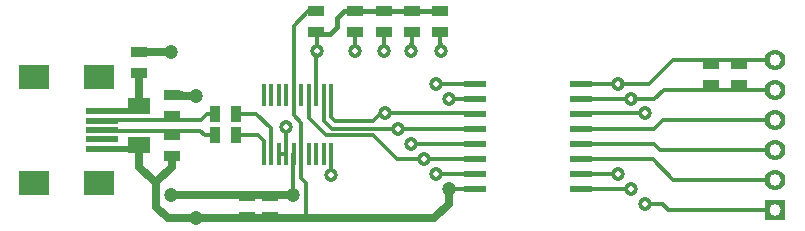
<source format=gbr>
G04 GENERATED BY PULSONIX 8.5 GERBER.DLL 5902*
G04 #@! TF.Part,Single*
%INUSB2UART*%
%LNTOP*%
%FSLAX35Y35*%
%LPD*%
%MOIN*%
G04 #@! TF.FileFunction,Copper,L1,Top*
G04 #@! TA.AperFunction,Conductor*
%ADD10C,0.01200*%
%ADD11C,0.02165*%
%ADD12C,0.02500*%
G04 #@! TA.AperFunction,ViaPad*
%ADD13C,0.04724X0.01969*%
G04 #@! TA.AperFunction,Conductor*
%ADD14C,0.01575*%
G04 #@! TA.AperFunction,SMDPad*
%ADD15R,0.07480X0.05512*%
%ADD16R,0.10630X0.02165*%
%ADD17R,0.09843X0.07874*%
%ADD18R,0.01400X0.07800*%
%ADD19R,0.07800X0.02200*%
G04 #@! TA.AperFunction,ComponentPad*
%ADD70R,0.07000X0.07000X0.03900*%
%ADD71C,0.07000X0.03900*%
G04 #@! TA.AperFunction,SMDPad*
%ADD20R,0.05508X0.03350*%
G04 #@! TD.AperFunction*
%ADD21C,0.00001*%
G04 #@! TA.AperFunction,SMDPad*
%ADD22R,0.03350X0.05508*%
X0Y0D02*
D02*
D10*
X59945Y67777D02*
Y67954D01*
X92780*
X94906Y70080*
X97410*
X72249Y58328D02*
Y59706D01*
Y72698D02*
X70477Y70926D01*
X72249Y90666D02*
Y90670D01*
X77760Y47540D02*
X77170D01*
X83056Y64351D02*
Y63048D01*
Y64351D02*
X92505D01*
X93981Y62875*
X97410*
X83056Y64351D02*
X59945D01*
Y64627*
X104410Y70080D02*
X111255D01*
X116176Y65158*
Y56777*
X113676D02*
Y60916D01*
X111717Y62875*
X104410*
X115949Y43032D02*
Y42595D01*
X121176Y56777D02*
X118676D01*
X121176Y63893D02*
Y56777D01*
X123430Y44617D02*
Y56777D01*
X123676*
Y76177D02*
Y99442D01*
X128597Y104363*
X131059*
X126176Y56777D02*
Y67048D01*
X123676Y69548*
Y76177*
X127760Y35158D02*
Y46960D01*
X126176Y48544*
Y56777*
X131176Y89485D02*
Y76177D01*
X131304Y92648D02*
Y96521D01*
X136176Y51303D02*
Y56777D01*
X144296Y92648D02*
Y97363D01*
X152558Y70093D02*
X150142Y67678D01*
X137377*
X136176Y68879*
Y76177*
X153745Y92648D02*
Y97363D01*
X155723Y70198D02*
X183976D01*
Y70027*
X156885Y65080D02*
X136327D01*
X133676Y67731*
Y76177*
X160052Y65027D02*
X183976D01*
X162800Y92648D02*
Y93426D01*
X163194*
Y97363*
X164383Y60027D02*
X183976D01*
X165546Y54844D02*
X158174D01*
X150142Y62875*
X134414*
X128676Y68613*
Y76177*
X168704Y55027D02*
X183976D01*
X172583Y97363D02*
Y93426D01*
X172642*
Y92648*
X172649Y50027D02*
X183976D01*
X172652Y80027D02*
X183976D01*
X176982Y45001D02*
X180516D01*
Y45027*
X183976*
X176982Y74922D02*
X180516D01*
Y75027*
X183976*
X219576Y45027D02*
X234444D01*
X219576Y60027D02*
X243784D01*
X245687Y58125*
X281746*
X219576Y65027D02*
X243784D01*
X246881Y68125*
X281746*
X230113Y80027D02*
X219576D01*
X230116Y50027D02*
X219576D01*
X234444Y74922D02*
X219576D01*
Y75027*
X239168Y70198D02*
X219576D01*
Y70027*
X262682Y78125D02*
X272288D01*
X262682D02*
Y79528D01*
Y78125D02*
X247052D01*
X243849Y74922*
X237612*
X262699Y88125D02*
X272288D01*
X262699D02*
Y86528D01*
X262682*
X262699Y88125D02*
X250201D01*
X242117Y80040*
X233282*
X272288Y78125D02*
X281746D01*
X272288D02*
Y79528D01*
Y88125D02*
X281746D01*
X272288D02*
Y86528D01*
X281746Y38125D02*
X248475D01*
X246717Y39883*
X242337*
X281746Y48125D02*
X250273D01*
X243371Y55027*
X219576*
D02*
D11*
X70477Y70926D02*
X59945D01*
X72249Y58328D02*
X59945D01*
D02*
D12*
X72249Y72698D02*
Y83666D01*
Y90670D02*
X82879D01*
X77170Y47540D02*
X72249Y52462D01*
Y58328*
X77760Y47540D02*
X78253D01*
X83056Y52344*
Y56048*
X91146Y35158D02*
X127760D01*
X91146D02*
X81697D01*
X77760Y39095*
Y47540*
X91146Y76103D02*
X86028D01*
Y76257*
X83056*
X115949Y43032D02*
X82879D01*
X123430D02*
X115949D01*
X175398Y45001D02*
Y40080D01*
X170477Y35158*
X127760*
D02*
D13*
X82879Y43032D03*
Y90670D03*
X91146Y35158D03*
Y76103D03*
X121068Y65473D03*
X123430Y43032D03*
X131304Y91064D03*
X136028Y49725D03*
X144296Y91064D03*
X153745D03*
X154138Y70198D03*
X158469Y65080D03*
X162800Y59962D03*
Y91064D03*
X167131Y54844D03*
X171068Y50119D03*
Y80040D03*
X172642Y91064D03*
X175398Y45001D03*
Y74922D03*
X231697Y50119D03*
Y80040D03*
X236028Y45001D03*
Y74922D03*
X240753Y39883D03*
Y70198D03*
D02*
D14*
X131304Y96521D02*
X135756D01*
X138134Y98899*
Y101962*
X140536Y104363*
X144296*
X153745*
X163194D02*
X153745D01*
X163194D02*
X172583D01*
D02*
D15*
X72249Y59706D03*
Y72698D03*
D02*
D16*
X59945Y58328D03*
Y61477D03*
Y64627D03*
Y67777D03*
Y70926D03*
D02*
D17*
X37111Y47107D03*
Y82147D03*
X58764Y47107D03*
Y82147D03*
D02*
D18*
X113676Y56777D03*
Y76177D03*
X116176Y56777D03*
Y76177D03*
X118676Y56777D03*
Y76177D03*
X121176Y56777D03*
Y76177D03*
X123676Y56777D03*
Y76177D03*
X126176Y56777D03*
Y76177D03*
X128676Y56777D03*
Y76177D03*
X131176Y56777D03*
Y76177D03*
X133676Y56777D03*
Y76177D03*
X136176Y56777D03*
Y76177D03*
D02*
D19*
X183976Y45027D03*
Y50027D03*
Y55027D03*
Y60027D03*
Y65027D03*
Y70027D03*
Y75027D03*
Y80027D03*
X219576Y45027D03*
Y50027D03*
Y55027D03*
Y60027D03*
Y65027D03*
Y70027D03*
Y75027D03*
Y80027D03*
D02*
D70*
X284296Y38125D03*
D02*
D71*
Y48125D03*
Y58125D03*
Y68125D03*
Y78125D03*
Y88125D03*
D02*
D20*
X72249Y83666D03*
Y90666D03*
X83056Y56048D03*
Y63048D03*
Y69257D03*
Y76257D03*
X108075Y35595D03*
Y42595D03*
X115949Y35595D03*
Y42595D03*
X131059Y97363D03*
Y104363D03*
X144296Y97363D03*
Y104363D03*
X153745Y97363D03*
Y104363D03*
X163194Y97363D03*
Y104363D03*
X172583Y97363D03*
Y104363D03*
X262682Y79528D03*
Y86528D03*
X272288Y79528D03*
Y86528D03*
D02*
D21*
D02*
D22*
X97410Y62875D03*
Y70080D03*
X104410Y62875D03*
Y70080D03*
X0Y0D02*
M02*

</source>
